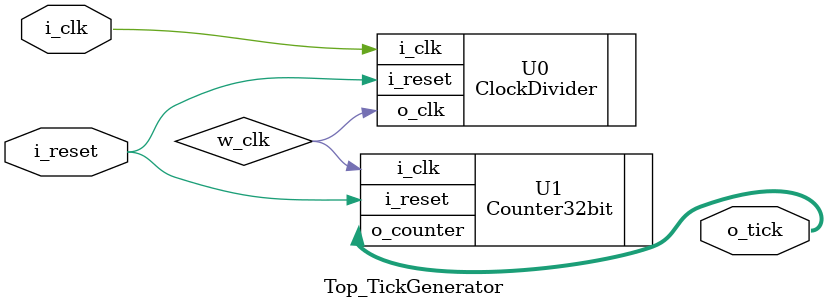
<source format=v>
`timescale 1ns / 1ps

module Top_TickGenerator(
    input i_clk, i_reset,
    output [31:0] o_tick
    );
    wire w_clk;
    
    ClockDivider U0(
    .i_clk(i_clk),
    .i_reset(i_reset),
    .o_clk(w_clk)
    );
    
    Counter32bit U1(
    .i_clk(w_clk),
    .i_reset(i_reset),
    .o_counter(o_tick)
    );
    
endmodule

</source>
